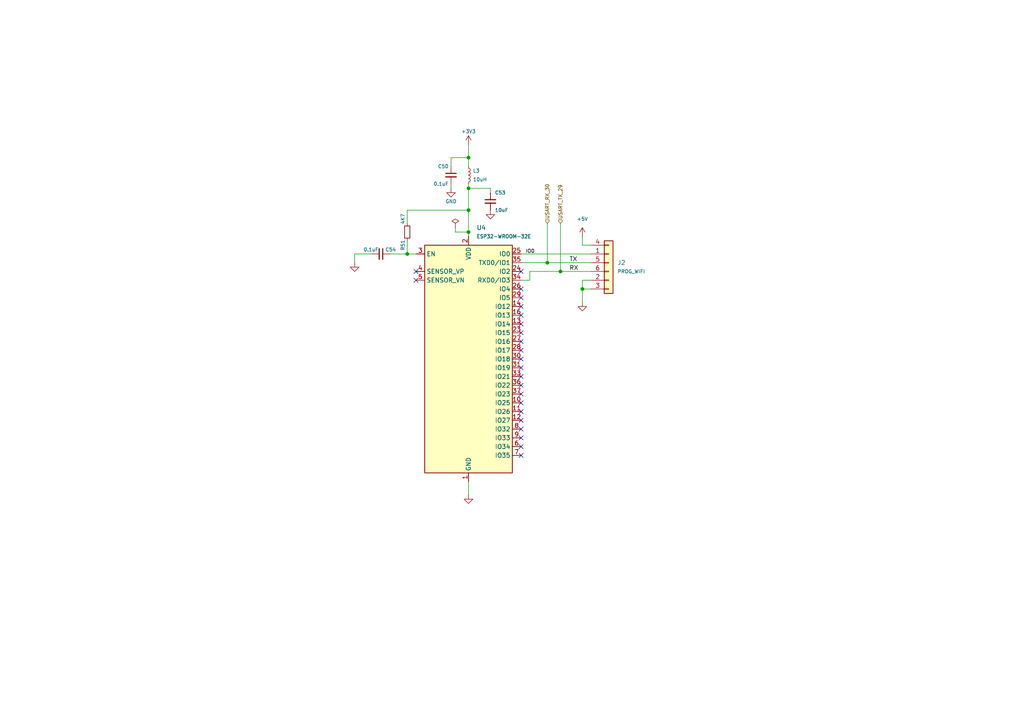
<source format=kicad_sch>
(kicad_sch (version 20250114) (generator "eeschema") (generator_version "9.0")
  (paper "A4")
  (lib_symbols
    (symbol "Connector_Generic:Conn_01x06" (pin_names (offset 1.016) (hide yes))
      (property "Reference" "J2" (at 2.54 0 0))
      (property "Value" "PROG_WIFI" (at 2.54 -2.54 0))
      (symbol "Conn_01x06_1_1"
        (rectangle (start -1.27 6.35) (end 1.27 -8.89) (stroke (width 0.254)) (fill (type background)))
        (rectangle (start -1.27 5.207) (end 0 4.953) (stroke (width 0.1524)))
        (rectangle (start -1.27 2.667) (end 0 2.413) (stroke (width 0.1524)))
        (rectangle (start -1.27 0.127) (end 0 -0.127) (stroke (width 0.1524)))
        (rectangle (start -1.27 -2.413) (end 0 -2.667) (stroke (width 0.1524)))
        (rectangle (start -1.27 -4.953) (end 0 -5.207) (stroke (width 0.1524)))
        (rectangle (start -1.27 -7.493) (end 0 -7.747) (stroke (width 0.1524)))
        (pin passive line (at -5.08 5.08 0) (length 3.81) (name "Pin_4") (number "4"))
        (pin passive line (at -5.08 2.54 0) (length 3.81) (name "Pin_1") (number "1"))
        (pin passive line (at -5.08 0 0) (length 3.81) (name "Pin_5") (number "5"))
        (pin passive line (at -5.08 -2.54 0) (length 3.81) (name "Pin_6") (number "6"))
        (pin passive line (at -5.08 -5.08 0) (length 3.81) (name "Pin_2") (number "2"))
        (pin passive line (at -5.08 -7.62 0) (length 3.81) (name "Pin_3") (number "3"))
      )
    )
    (symbol "Device:C_Small" (pin_numbers (hide yes)) (pin_names (offset 0.254) (hide yes))
      (property "Reference" "C" (at 0.254 1.778 0))
      (property "Value" "C_Small" (at 0.254 -2.032 0))
      (symbol "C_Small_0_1"
        (polyline (pts (xy -1.524 0.508) (xy 1.524 0.508)) (stroke (width 0.3048)))
        (polyline (pts (xy -1.524 -0.508) (xy 1.524 -0.508)) (stroke (width 0.3302)))
      )
      (symbol "C_Small_1_1"
        (pin passive line (at 0 2.54 270) (length 2.032) (name "~") (number "1"))
        (pin passive line (at 0 -2.54 90) (length 2.032) (name "~") (number "2"))
      )
    )
    (symbol "Device:L_Small" (pin_numbers (hide yes)) (pin_names (offset 0.254) (hide yes))
      (property "Reference" "L" (at 0.762 1.016 0))
      (property "Value" "L_Small" (at 0.762 -1.016 0))
      (symbol "L_Small_0_1"
        (arc (start 0 2.032) (mid 0.5058 1.524) (end 0 1.016))
        (arc (start 0 1.016) (mid 0.5058 0.508) (end 0 0))
        (arc (start 0 0) (mid 0.5058 -0.508) (end 0 -1.016))
        (arc (start 0 -1.016) (mid 0.5058 -1.524) (end 0 -2.032))
      )
      (symbol "L_Small_1_1"
        (pin passive line (at 0 2.54 270) (length 0.508) (name "~") (number "1"))
        (pin passive line (at 0 -2.54 90) (length 0.508) (name "~") (number "2"))
      )
    )
    (symbol "Device:R_Small" (pin_numbers (hide yes)) (pin_names (offset 0.254) (hide yes))
      (property "Reference" "R" (at 0.762 0.508 0))
      (property "Value" "R_Small" (at 0.762 -1.016 0))
      (symbol "R_Small_0_1"
        (rectangle (start -0.762 1.778) (end 0.762 -1.778) (stroke (width 0.2032)))
      )
      (symbol "R_Small_1_1"
        (pin passive line (at 0 2.54 270) (length 0.762) (name "~") (number "1"))
        (pin passive line (at 0 -2.54 90) (length 0.762) (name "~") (number "2"))
      )
    )
    (symbol "RF_Module:ESP32-WROOM-32E"
      (property "Reference" "U" (at -12.7 34.29 0))
      (property "Value" "ESP32-WROOM-32E" (at 1.27 34.29 0))
      (symbol "ESP32-WROOM-32E_0_1"
        (rectangle (start -12.7 33.02) (end 12.7 -33.02) (stroke (width 0.254)) (fill (type background)))
      )
      (symbol "ESP32-WROOM-32E_1_1"
        (pin input line (at -15.24 30.48 0) (length 2.54) (name "EN") (number "3"))
        (pin input line (at -15.24 25.4 0) (length 2.54) (name "SENSOR_VP") (number "4"))
        (pin input line (at -15.24 22.86 0) (length 2.54) (name "SENSOR_VN") (number "5"))
        (pin no_connect line (at -12.7 0 0) (length 2.54) (hide yes) (name "NC") (number "21"))
        (pin no_connect line (at -12.7 -2.54 0) (length 2.54) (hide yes) (name "NC") (number "22"))
        (pin no_connect line (at -12.7 -5.08 0) (length 2.54) (hide yes) (name "NC") (number "17"))
        (pin no_connect line (at -12.7 -7.62 0) (length 2.54) (hide yes) (name "NC") (number "18"))
        (pin no_connect line (at -12.7 -10.16 0) (length 2.54) (hide yes) (name "NC") (number "20"))
        (pin no_connect line (at -12.7 -12.7 0) (length 2.54) (hide yes) (name "NC") (number "19"))
        (pin no_connect line (at -12.7 -27.94 0) (length 2.54) (hide yes) (name "NC") (number "32"))
        (pin power_in line (at 0 35.56 270) (length 2.54) (name "VDD") (number "2"))
        (pin power_in line (at 0 -35.56 90) (length 2.54) (name "GND") (number "1"))
        (pin passive line (at 0 -35.56 90) (length 2.54) (hide yes) (name "GND") (number "15"))
        (pin passive line (at 0 -35.56 90) (length 2.54) (hide yes) (name "GND") (number "38"))
        (pin passive line (at 0 -35.56 90) (length 2.54) (hide yes) (name "GND") (number "39"))
        (pin bidirectional line (at 15.24 30.48 180) (length 2.54) (name "IO0") (number "25"))
        (pin bidirectional line (at 15.24 27.94 180) (length 2.54) (name "TXD0/IO1") (number "35"))
        (pin bidirectional line (at 15.24 25.4 180) (length 2.54) (name "IO2") (number "24"))
        (pin bidirectional line (at 15.24 22.86 180) (length 2.54) (name "RXD0/IO3") (number "34"))
        (pin bidirectional line (at 15.24 20.32 180) (length 2.54) (name "IO4") (number "26"))
        (pin bidirectional line (at 15.24 17.78 180) (length 2.54) (name "IO5") (number "29"))
        (pin bidirectional line (at 15.24 15.24 180) (length 2.54) (name "IO12") (number "14"))
        (pin bidirectional line (at 15.24 12.7 180) (length 2.54) (name "IO13") (number "16"))
        (pin bidirectional line (at 15.24 10.16 180) (length 2.54) (name "IO14") (number "13"))
        (pin bidirectional line (at 15.24 7.62 180) (length 2.54) (name "IO15") (number "23"))
        (pin bidirectional line (at 15.24 5.08 180) (length 2.54) (name "IO16") (number "27"))
        (pin bidirectional line (at 15.24 2.54 180) (length 2.54) (name "IO17") (number "28"))
        (pin bidirectional line (at 15.24 0 180) (length 2.54) (name "IO18") (number "30"))
        (pin bidirectional line (at 15.24 -2.54 180) (length 2.54) (name "IO19") (number "31"))
        (pin bidirectional line (at 15.24 -5.08 180) (length 2.54) (name "IO21") (number "33"))
        (pin bidirectional line (at 15.24 -7.62 180) (length 2.54) (name "IO22") (number "36"))
        (pin bidirectional line (at 15.24 -10.16 180) (length 2.54) (name "IO23") (number "37"))
        (pin bidirectional line (at 15.24 -12.7 180) (length 2.54) (name "IO25") (number "10"))
        (pin bidirectional line (at 15.24 -15.24 180) (length 2.54) (name "IO26") (number "11"))
        (pin bidirectional line (at 15.24 -17.78 180) (length 2.54) (name "IO27") (number "12"))
        (pin bidirectional line (at 15.24 -20.32 180) (length 2.54) (name "IO32") (number "8"))
        (pin bidirectional line (at 15.24 -22.86 180) (length 2.54) (name "IO33") (number "9"))
        (pin input line (at 15.24 -25.4 180) (length 2.54) (name "IO34") (number "6"))
        (pin input line (at 15.24 -27.94 180) (length 2.54) (name "IO35") (number "7"))
      )
    )
    (symbol "power:+3V3" (power) (pin_names (offset 0))
      (property "Value" "+3V3" (at 0 3.556 0))
      (symbol "+3V3_0_1"
        (polyline (pts (xy -0.762 1.27) (xy 0 2.54)))
        (polyline (pts (xy 0 2.54) (xy 0.762 1.27)))
        (polyline (pts (xy 0 0) (xy 0 2.54)))
      )
      (symbol "+3V3_1_1"
        (pin power_in line (at 0 0 90) (length 0) (hide yes) (name "+3V3") (number "1"))
      )
    )
    (symbol "power:+5V" (power) (pin_numbers (hide yes)) (pin_names (offset 0) (hide yes))
      (property "Value" "+5V" (at 0 3.556 0))
      (symbol "+5V_0_1"
        (polyline (pts (xy -0.762 1.27) (xy 0 2.54)))
        (polyline (pts (xy 0 2.54) (xy 0.762 1.27)))
        (polyline (pts (xy 0 0) (xy 0 2.54)))
      )
      (symbol "+5V_1_1"
        (pin power_in line (at 0 0 90) (length 0) (name "~") (number "1"))
      )
    )
    (symbol "power:GND" (power) (pin_names (offset 0))
      (property "Value" "GND" (at 0 -3.81 0))
      (symbol "GND_0_1"
        (polyline (pts (xy 0 0) (xy 0 -1.27) (xy 1.27 -1.27) (xy 0 -2.54) (xy -1.27 -1.27) (xy 0 -1.27)))
      )
      (symbol "GND_1_1"
        (pin power_in line (at 0 0 270) (length 0) (hide yes) (name "GND") (number "1"))
      )
    )
    (symbol "power:PWR_FLAG" (power) (pin_numbers (hide yes)) (pin_names (offset 0) (hide yes))
      (property "Value" "PWR_FLAG" (at 0 3.81 0))
      (symbol "PWR_FLAG_0_0"
        (pin power_out line (at 0 0 90) (length 0) (name "~") (number "1"))
      )
      (symbol "PWR_FLAG_0_1"
        (polyline (pts (xy 0 0) (xy 0 1.27) (xy -1.016 1.905) (xy 0 2.54) (xy 1.016 1.905) (xy 0 1.27)))
      )
    )
  )
  (junction (at 135.89 60.96))
  (junction (at 162.56 78.74))
  (junction (at 135.89 54.61))
  (junction (at 168.91 83.82))
  (junction (at 118.11 73.66))
  (junction (at 135.89 45.72))
  (junction (at 158.75 76.2))
  (junction (at 135.89 67.31))
  (no_connect (at 151.13 116.84))
  (no_connect (at 151.13 111.76))
  (no_connect (at 151.13 88.9))
  (no_connect (at 151.13 132.08))
  (no_connect (at 151.13 109.22))
  (no_connect (at 120.65 78.74))
  (no_connect (at 151.13 129.54))
  (no_connect (at 151.13 106.68))
  (no_connect (at 151.13 101.6))
  (no_connect (at 120.65 81.28))
  (no_connect (at 151.13 121.92))
  (no_connect (at 151.13 119.38))
  (no_connect (at 151.13 127))
  (no_connect (at 151.13 124.46))
  (no_connect (at 151.13 99.06))
  (no_connect (at 151.13 104.14))
  (no_connect (at 151.13 86.36))
  (no_connect (at 151.13 93.98))
  (no_connect (at 151.13 91.44))
  (no_connect (at 151.13 83.82))
  (no_connect (at 151.13 78.74))
  (no_connect (at 151.13 114.3))
  (no_connect (at 151.13 96.52))
  (wire (pts (xy 107.95 73.66) (xy 102.87 73.66)))
  (wire (pts (xy 158.75 76.2) (xy 171.45 76.2)))
  (wire (pts (xy 168.91 83.82) (xy 171.45 83.82)))
  (wire (pts (xy 118.11 60.96) (xy 135.89 60.96)))
  (wire (pts (xy 135.89 67.31) (xy 135.89 68.58)))
  (wire (pts (xy 130.81 53.34) (xy 130.81 54.61)))
  (wire (pts (xy 113.03 73.66) (xy 118.11 73.66)))
  (wire (pts (xy 168.91 83.82) (xy 168.91 87.63)))
  (wire (pts (xy 135.89 45.72) (xy 135.89 48.26)))
  (wire (pts (xy 168.91 68.58) (xy 168.91 71.12)))
  (wire (pts (xy 151.13 81.28) (xy 153.67 81.28)))
  (wire (pts (xy 153.67 81.28) (xy 153.67 78.74)))
  (wire (pts (xy 120.65 73.66) (xy 118.11 73.66)))
  (wire (pts (xy 132.08 67.31) (xy 135.89 67.31)))
  (wire (pts (xy 135.89 139.7) (xy 135.89 143.51)))
  (wire (pts (xy 151.13 73.66) (xy 171.45 73.66)))
  (wire (pts (xy 162.56 78.74) (xy 171.45 78.74)))
  (wire (pts (xy 162.56 64.77) (xy 162.56 78.74)))
  (wire (pts (xy 132.08 66.04) (xy 132.08 67.31)))
  (wire (pts (xy 142.24 54.61) (xy 135.89 54.61)))
  (wire (pts (xy 158.75 64.77) (xy 158.75 76.2)))
  (wire (pts (xy 151.13 76.2) (xy 158.75 76.2)))
  (wire (pts (xy 135.89 53.34) (xy 135.89 54.61)))
  (wire (pts (xy 130.81 48.26) (xy 130.81 45.72)))
  (wire (pts (xy 118.11 73.66) (xy 118.11 69.85)))
  (wire (pts (xy 168.91 71.12) (xy 171.45 71.12)))
  (wire (pts (xy 135.89 54.61) (xy 135.89 60.96)))
  (wire (pts (xy 142.24 55.88) (xy 142.24 54.61)))
  (wire (pts (xy 171.45 81.28) (xy 168.91 81.28)))
  (wire (pts (xy 153.67 78.74) (xy 162.56 78.74)))
  (wire (pts (xy 135.89 41.91) (xy 135.89 45.72)))
  (wire (pts (xy 135.89 60.96) (xy 135.89 67.31)))
  (wire (pts (xy 118.11 64.77) (xy 118.11 60.96)))
  (wire (pts (xy 102.87 73.66) (xy 102.87 76.2)))
  (wire (pts (xy 130.81 45.72) (xy 135.89 45.72)))
  (wire (pts (xy 168.91 81.28) (xy 168.91 83.82)))
  (label "RX" (at 165.1 78.74 0))
  (label "TX" (at 165.1 76.2 0))
  (label "IO0" (at 152.4 73.66 0) (effects (font (size 1.016 1.016))))
  (hierarchical_label "USART_TX_29" (shape input) (at 162.56 64.77 90) (effects (font (size 1.016 1.016))))
  (hierarchical_label "USART_RX_30" (shape input) (at 158.75 64.77 90) (effects (font (size 1.016 1.016))))
  (symbol (lib_id "Device:C_Small") (at 142.24 58.42 0) (unit 1)
    (property "Reference" "C53" (at 143.51 55.88 0) (effects (font (size 1.016 1.016)) (justify left)))
    (property "Value" "10uF" (at 143.51 60.96 0) (effects (font (size 1.016 1.016)) (justify left)))
    (property "Footprint" "Capacitor_SMD:C_0603_1608Metric" (effects (hide yes)))
  )
  (symbol (lib_id "power:PWR_FLAG") (at 132.08 66.04 0) (unit 1)
    (property "Reference" "#FLG04" (effects (hide yes)))
    (property "Value" "PWR_FLAG" (effects (hide yes)))
    (property "Description" "Special symbol for telling ERC where power comes from" (effects (hide yes)))
  )
  (symbol (lib_id "power:GND") (at 135.89 143.51 0) (unit 1)
    (property "Reference" "#PWR086" (effects (hide yes)))
    (property "Value" "GND" (effects (hide yes)))
  )
  (symbol (lib_id "power:GND") (at 130.81 54.61 0) (unit 1)
    (property "Reference" "#PWR080" (effects (hide yes)))
    (property "Value" "GND" (at 130.81 58.42 0) (effects (font (size 1.016 1.016))))
  )
  (symbol (lib_id "power:GND") (at 168.91 87.63 0) (unit 1)
    (property "Reference" "#PWR085" (effects (hide yes)))
    (property "Value" "GND" (effects (hide yes)))
  )
  (symbol (lib_id "power:+5V") (at 168.91 68.58 0) (unit 1)
    (property "Reference" "#PWR084" (effects (hide yes)))
    (property "Value" "+5V" (at 168.91 63.5 0) (effects (font (size 1.016 1.016))))
    (property "Description" "Power symbol creates a global label with name \"+5V\"" (effects (hide yes)))
  )
  (symbol (lib_id "Device:L_Small") (at 135.89 50.8 0) (unit 1)
    (property "Reference" "L3" (at 137.16 49.53 0) (effects (font (size 1.016 1.016)) (justify left)))
    (property "Value" "10uH" (at 137.16 52.07 0) (effects (font (size 1.016 1.016)) (justify left)))
    (property "Footprint" "Inductor_SMD:L_0603_1608Metric" (effects (hide yes)))
  )
  (symbol (lib_id "Device:C_Small") (at 130.81 50.8 0) (unit 1)
    (property "Reference" "C50" (at 127 48.26 0) (effects (font (size 1.016 1.016)) (justify left)))
    (property "Value" "0.1uF" (at 125.73 53.34 0) (effects (font (size 1.016 1.016)) (justify left)))
    (property "Footprint" "Capacitor_SMD:C_0603_1608Metric" (effects (hide yes)))
  )
  (symbol (lib_id "Device:R_Small") (at 118.11 67.31 0) (mirror y) (unit 1)
    (property "Reference" "R51" (at 116.84 71.12 90) (effects (font (size 1.016 1.016))))
    (property "Value" "4K7" (at 116.84 63.5 90) (effects (font (size 1.016 1.016))))
    (property "Footprint" "Resistor_SMD:R_0603_1608Metric" (effects (hide yes)))
  )
  (symbol (lib_id "power:GND") (at 142.24 60.96 0) (unit 1)
    (property "Reference" "#PWR082" (effects (hide yes)))
    (property "Value" "GND" (effects (hide yes)))
  )
  (symbol (lib_id "power:+3V3") (at 135.89 41.91 0) (mirror y) (unit 1)
    (property "Reference" "#PWR081" (effects (hide yes)))
    (property "Value" "+3V3" (at 135.89 38.1 0) (effects (font (size 1.016 1.016))))
  )
  (symbol (lib_id "Device:C_Small") (at 110.49 73.66 270) (unit 1)
    (property "Reference" "C54" (at 111.76 72.39 90) (effects (font (size 1.016 1.016)) (justify left)))
    (property "Value" "0.1uF" (at 105.41 72.39 90) (effects (font (size 1.016 1.016)) (justify left)))
    (property "Footprint" "Capacitor_SMD:C_0603_1608Metric" (effects (hide yes)))
  )
  (symbol (lib_id "Connector_Generic:Conn_01x06") (at 176.53 76.2 0) (unit 1)
    (property "Reference" "J2" (at 179.07 76.2 0) (effects (justify left)))
    (property "Value" "PROG_WIFI" (at 179.07 78.74 0) (effects (font (size 1.016 1.016)) (justify left)))
    (property "Footprint" "Connector_PinHeader_2.54mm:PinHeader_1x06_P2.54mm_Vertical" (effects (hide yes)))
    (property "Description" "Generic connector, single row, 01x06, script generated (kicad-library-utils/schlib/autogen/connector/)" (effects (hide yes)))
  )
  (symbol (lib_id "RF_Module:ESP32-WROOM-32E") (at 135.89 104.14 0) (unit 1)
    (property "Reference" "U4" (at 138.2134 66.04 0) (effects (justify left)))
    (property "Value" "ESP32-WROOM-32E" (at 138.2134 68.58 0) (effects (font (size 1.016 1.016)) (justify left)))
    (property "Footprint" "RF_Module:ESP32-WROOM-32D" (effects (hide yes)))
    (property "Datasheet" "https://www.espressif.com/sites/default/files/documentation/esp32-wroom-32e_esp32-wroom-32ue_datasheet_en.pdf" (effects (hide yes)))
    (property "Description" "RF Module, ESP32-D0WD-V3 SoC, without PSRAM, Wi-Fi 802.11b/g/n, Bluetooth, BLE, 32-bit, 2.7-3.6V, onboard antenna, SMD" (effects (hide yes)))
  )
  (symbol (lib_id "power:GND") (at 102.87 76.2 0) (unit 1)
    (property "Reference" "#PWR083" (effects (hide yes)))
    (property "Value" "GND" (effects (hide yes)))
  )
)
</source>
